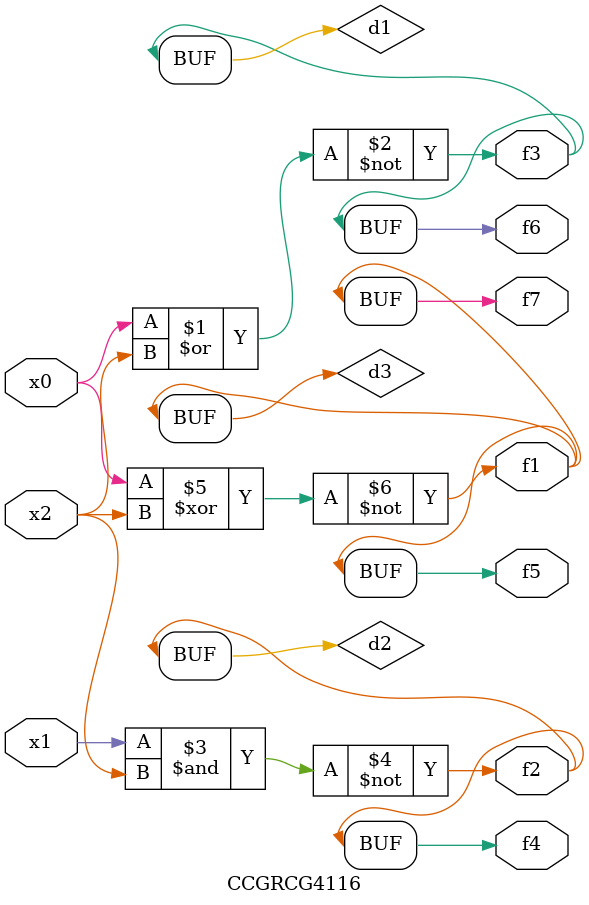
<source format=v>
module CCGRCG4116(
	input x0, x1, x2,
	output f1, f2, f3, f4, f5, f6, f7
);

	wire d1, d2, d3;

	nor (d1, x0, x2);
	nand (d2, x1, x2);
	xnor (d3, x0, x2);
	assign f1 = d3;
	assign f2 = d2;
	assign f3 = d1;
	assign f4 = d2;
	assign f5 = d3;
	assign f6 = d1;
	assign f7 = d3;
endmodule

</source>
